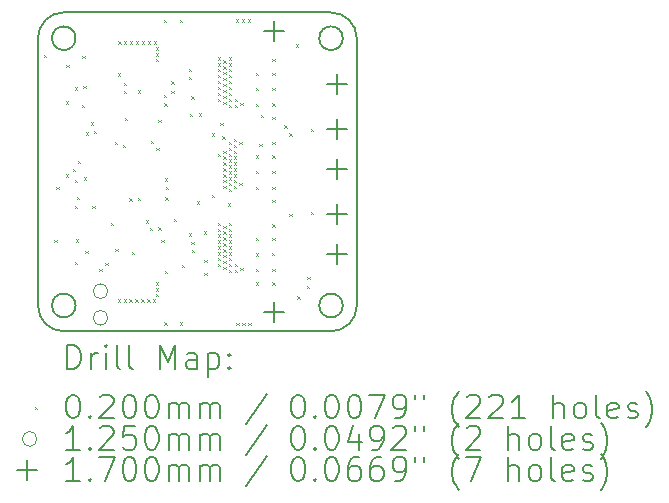
<source format=gbr>
%TF.GenerationSoftware,KiCad,Pcbnew,(6.0.7-1)-1*%
%TF.CreationDate,2023-01-06T03:53:44-05:00*%
%TF.ProjectId,O32controller,4f333263-6f6e-4747-926f-6c6c65722e6b,rev?*%
%TF.SameCoordinates,Original*%
%TF.FileFunction,Drillmap*%
%TF.FilePolarity,Positive*%
%FSLAX45Y45*%
G04 Gerber Fmt 4.5, Leading zero omitted, Abs format (unit mm)*
G04 Created by KiCad (PCBNEW (6.0.7-1)-1) date 2023-01-06 03:53:44*
%MOMM*%
%LPD*%
G01*
G04 APERTURE LIST*
%ADD10C,0.150000*%
%ADD11C,0.200000*%
%ADD12C,0.020000*%
%ADD13C,0.125000*%
%ADD14C,0.170000*%
G04 APERTURE END LIST*
D10*
X6231400Y-6131400D02*
G75*
G03*
X6231400Y-6131400I-100000J0D01*
G01*
X3868600Y-3650000D02*
X6131400Y-3650000D01*
X3650000Y-6131400D02*
G75*
G03*
X3868600Y-6350000I218600J0D01*
G01*
X3868600Y-3650000D02*
G75*
G03*
X3650000Y-3868600I0J-218600D01*
G01*
X3868600Y-6350000D02*
X6131400Y-6350000D01*
X6350000Y-3868600D02*
X6350000Y-6131400D01*
X6350000Y-3868600D02*
G75*
G03*
X6131400Y-3650000I-218600J0D01*
G01*
X3968600Y-6131400D02*
G75*
G03*
X3968600Y-6131400I-100000J0D01*
G01*
X3968600Y-3868600D02*
G75*
G03*
X3968600Y-3868600I-100000J0D01*
G01*
X6131400Y-6350000D02*
G75*
G03*
X6350000Y-6131400I0J218600D01*
G01*
X6231400Y-3868600D02*
G75*
G03*
X6231400Y-3868600I-100000J0D01*
G01*
X3650000Y-3868600D02*
X3650000Y-6131400D01*
D11*
D12*
X3700000Y-4010000D02*
X3720000Y-4030000D01*
X3720000Y-4010000D02*
X3700000Y-4030000D01*
X3790000Y-5575000D02*
X3810000Y-5595000D01*
X3810000Y-5575000D02*
X3790000Y-5595000D01*
X3805000Y-5125000D02*
X3825000Y-5145000D01*
X3825000Y-5125000D02*
X3805000Y-5145000D01*
X3884834Y-4402081D02*
X3904834Y-4422081D01*
X3904834Y-4402081D02*
X3884834Y-4422081D01*
X3885000Y-5020000D02*
X3905000Y-5040000D01*
X3905000Y-5020000D02*
X3885000Y-5040000D01*
X3890000Y-4095000D02*
X3910000Y-4115000D01*
X3910000Y-4095000D02*
X3890000Y-4115000D01*
X3945000Y-4975000D02*
X3965000Y-4995000D01*
X3965000Y-4975000D02*
X3945000Y-4995000D01*
X3960000Y-4285000D02*
X3980000Y-4305000D01*
X3980000Y-4285000D02*
X3960000Y-4305000D01*
X3960000Y-5065000D02*
X3980000Y-5085000D01*
X3980000Y-5065000D02*
X3960000Y-5085000D01*
X3965000Y-5290000D02*
X3985000Y-5310000D01*
X3985000Y-5290000D02*
X3965000Y-5310000D01*
X3965000Y-5760000D02*
X3985000Y-5780000D01*
X3985000Y-5760000D02*
X3965000Y-5780000D01*
X3970000Y-5570000D02*
X3990000Y-5590000D01*
X3990000Y-5570000D02*
X3970000Y-5590000D01*
X3980000Y-5210000D02*
X4000000Y-5230000D01*
X4000000Y-5210000D02*
X3980000Y-5230000D01*
X3990000Y-4905000D02*
X4010000Y-4925000D01*
X4010000Y-4905000D02*
X3990000Y-4925000D01*
X4020000Y-4435000D02*
X4040000Y-4455000D01*
X4040000Y-4435000D02*
X4020000Y-4455000D01*
X4025000Y-4015000D02*
X4045000Y-4035000D01*
X4045000Y-4015000D02*
X4025000Y-4035000D01*
X4035000Y-4270000D02*
X4055000Y-4290000D01*
X4055000Y-4270000D02*
X4035000Y-4290000D01*
X4040000Y-5045000D02*
X4060000Y-5065000D01*
X4060000Y-5045000D02*
X4040000Y-5065000D01*
X4050000Y-5670000D02*
X4070000Y-5690000D01*
X4070000Y-5670000D02*
X4050000Y-5690000D01*
X4055000Y-4665000D02*
X4075000Y-4685000D01*
X4075000Y-4665000D02*
X4055000Y-4685000D01*
X4100000Y-4580000D02*
X4120000Y-4600000D01*
X4120000Y-4580000D02*
X4100000Y-4600000D01*
X4110000Y-5290000D02*
X4130000Y-5310000D01*
X4130000Y-5290000D02*
X4110000Y-5310000D01*
X4125000Y-4650000D02*
X4145000Y-4670000D01*
X4145000Y-4650000D02*
X4125000Y-4670000D01*
X4170000Y-5820000D02*
X4190000Y-5840000D01*
X4190000Y-5820000D02*
X4170000Y-5840000D01*
X4220000Y-5770000D02*
X4240000Y-5790000D01*
X4240000Y-5770000D02*
X4220000Y-5790000D01*
X4265000Y-5430000D02*
X4285000Y-5450000D01*
X4285000Y-5430000D02*
X4265000Y-5450000D01*
X4300000Y-4745000D02*
X4320000Y-4765000D01*
X4320000Y-4745000D02*
X4300000Y-4765000D01*
X4305000Y-5650000D02*
X4325000Y-5670000D01*
X4325000Y-5650000D02*
X4305000Y-5670000D01*
X4325000Y-4165000D02*
X4345000Y-4185000D01*
X4345000Y-4165000D02*
X4325000Y-4185000D01*
X4325000Y-6080000D02*
X4345000Y-6100000D01*
X4345000Y-6080000D02*
X4325000Y-6100000D01*
X4330000Y-3895000D02*
X4350000Y-3915000D01*
X4350000Y-3895000D02*
X4330000Y-3915000D01*
X4370000Y-4770000D02*
X4390000Y-4790000D01*
X4390000Y-4770000D02*
X4370000Y-4790000D01*
X4375000Y-6080000D02*
X4395000Y-6100000D01*
X4395000Y-6080000D02*
X4375000Y-6100000D01*
X4380000Y-3895000D02*
X4400000Y-3915000D01*
X4400000Y-3895000D02*
X4380000Y-3915000D01*
X4380000Y-4245000D02*
X4400000Y-4265000D01*
X4400000Y-4245000D02*
X4380000Y-4265000D01*
X4380000Y-4315000D02*
X4400000Y-4335000D01*
X4400000Y-4315000D02*
X4380000Y-4335000D01*
X4385000Y-4540000D02*
X4405000Y-4560000D01*
X4405000Y-4540000D02*
X4385000Y-4560000D01*
X4425000Y-5225000D02*
X4445000Y-5245000D01*
X4445000Y-5225000D02*
X4425000Y-5245000D01*
X4425000Y-6080000D02*
X4445000Y-6100000D01*
X4445000Y-6080000D02*
X4425000Y-6100000D01*
X4430000Y-3895000D02*
X4450000Y-3915000D01*
X4450000Y-3895000D02*
X4430000Y-3915000D01*
X4445737Y-5679263D02*
X4465737Y-5699263D01*
X4465737Y-5679263D02*
X4445737Y-5699263D01*
X4475000Y-6080000D02*
X4495000Y-6100000D01*
X4495000Y-6080000D02*
X4475000Y-6100000D01*
X4480000Y-3895000D02*
X4500000Y-3915000D01*
X4500000Y-3895000D02*
X4480000Y-3915000D01*
X4495000Y-4310000D02*
X4515000Y-4330000D01*
X4515000Y-4310000D02*
X4495000Y-4330000D01*
X4495000Y-5220000D02*
X4515000Y-5240000D01*
X4515000Y-5220000D02*
X4495000Y-5240000D01*
X4525000Y-6080000D02*
X4545000Y-6100000D01*
X4545000Y-6080000D02*
X4525000Y-6100000D01*
X4530000Y-3895000D02*
X4550000Y-3915000D01*
X4550000Y-3895000D02*
X4530000Y-3915000D01*
X4565000Y-5410000D02*
X4585000Y-5430000D01*
X4585000Y-5410000D02*
X4565000Y-5430000D01*
X4575000Y-6080000D02*
X4595000Y-6100000D01*
X4595000Y-6080000D02*
X4575000Y-6100000D01*
X4580000Y-3895000D02*
X4600000Y-3915000D01*
X4600000Y-3895000D02*
X4580000Y-3915000D01*
X4600000Y-5475000D02*
X4620000Y-5495000D01*
X4620000Y-5475000D02*
X4600000Y-5495000D01*
X4605000Y-4735000D02*
X4625000Y-4755000D01*
X4625000Y-4735000D02*
X4605000Y-4755000D01*
X4625000Y-6080000D02*
X4645000Y-6100000D01*
X4645000Y-6080000D02*
X4625000Y-6100000D01*
X4630000Y-3895000D02*
X4650000Y-3915000D01*
X4650000Y-3895000D02*
X4630000Y-3915000D01*
X4650000Y-3945000D02*
X4670000Y-3965000D01*
X4670000Y-3945000D02*
X4650000Y-3965000D01*
X4650000Y-3995000D02*
X4670000Y-4015000D01*
X4670000Y-3995000D02*
X4650000Y-4015000D01*
X4650000Y-4045000D02*
X4670000Y-4065000D01*
X4670000Y-4045000D02*
X4650000Y-4065000D01*
X4650000Y-5935000D02*
X4670000Y-5955000D01*
X4670000Y-5935000D02*
X4650000Y-5955000D01*
X4650000Y-5985000D02*
X4670000Y-6005000D01*
X4670000Y-5985000D02*
X4650000Y-6005000D01*
X4650000Y-6035000D02*
X4670000Y-6055000D01*
X4670000Y-6035000D02*
X4650000Y-6055000D01*
X4652500Y-4795000D02*
X4672500Y-4815000D01*
X4672500Y-4795000D02*
X4652500Y-4815000D01*
X4670000Y-4557500D02*
X4690000Y-4577500D01*
X4690000Y-4557500D02*
X4670000Y-4577500D01*
X4670000Y-5470000D02*
X4690000Y-5490000D01*
X4690000Y-5470000D02*
X4670000Y-5490000D01*
X4695000Y-5575000D02*
X4715000Y-5595000D01*
X4715000Y-5575000D02*
X4695000Y-5595000D01*
X4715000Y-3715000D02*
X4735000Y-3735000D01*
X4735000Y-3715000D02*
X4715000Y-3735000D01*
X4715000Y-4350000D02*
X4735000Y-4370000D01*
X4735000Y-4350000D02*
X4715000Y-4370000D01*
X4720000Y-4420000D02*
X4740000Y-4440000D01*
X4740000Y-4420000D02*
X4720000Y-4440000D01*
X4720000Y-6275000D02*
X4740000Y-6295000D01*
X4740000Y-6275000D02*
X4720000Y-6295000D01*
X4725000Y-5055000D02*
X4745000Y-5075000D01*
X4745000Y-5055000D02*
X4725000Y-5075000D01*
X4725000Y-5840000D02*
X4745000Y-5860000D01*
X4745000Y-5840000D02*
X4725000Y-5860000D01*
X4730000Y-5215000D02*
X4750000Y-5235000D01*
X4750000Y-5215000D02*
X4730000Y-5235000D01*
X4735000Y-5125000D02*
X4755000Y-5145000D01*
X4755000Y-5125000D02*
X4735000Y-5145000D01*
X4780000Y-4235000D02*
X4800000Y-4255000D01*
X4800000Y-4235000D02*
X4780000Y-4255000D01*
X4780000Y-4315000D02*
X4800000Y-4335000D01*
X4800000Y-4315000D02*
X4780000Y-4335000D01*
X4800000Y-5395000D02*
X4820000Y-5415000D01*
X4820000Y-5395000D02*
X4800000Y-5415000D01*
X4850000Y-3715000D02*
X4870000Y-3735000D01*
X4870000Y-3715000D02*
X4850000Y-3735000D01*
X4850000Y-6275000D02*
X4870000Y-6295000D01*
X4870000Y-6275000D02*
X4850000Y-6295000D01*
X4870000Y-5785000D02*
X4890000Y-5805000D01*
X4890000Y-5785000D02*
X4870000Y-5805000D01*
X4925000Y-4125000D02*
X4945000Y-4145000D01*
X4945000Y-4125000D02*
X4925000Y-4145000D01*
X4925000Y-5520000D02*
X4945000Y-5540000D01*
X4945000Y-5520000D02*
X4925000Y-5540000D01*
X4930000Y-4195000D02*
X4950000Y-4215000D01*
X4950000Y-4195000D02*
X4930000Y-4215000D01*
X4935000Y-4510000D02*
X4955000Y-4530000D01*
X4955000Y-4510000D02*
X4935000Y-4530000D01*
X4950000Y-4360000D02*
X4970000Y-4380000D01*
X4970000Y-4360000D02*
X4950000Y-4380000D01*
X4950000Y-5590000D02*
X4970000Y-5610000D01*
X4970000Y-5590000D02*
X4950000Y-5610000D01*
X4955000Y-5660000D02*
X4975000Y-5680000D01*
X4975000Y-5660000D02*
X4955000Y-5680000D01*
X4995000Y-5250000D02*
X5015000Y-5270000D01*
X5015000Y-5250000D02*
X4995000Y-5270000D01*
X5010000Y-4505000D02*
X5030000Y-4525000D01*
X5030000Y-4505000D02*
X5010000Y-4525000D01*
X5055000Y-5505000D02*
X5075000Y-5525000D01*
X5075000Y-5505000D02*
X5055000Y-5525000D01*
X5060000Y-5745000D02*
X5080000Y-5765000D01*
X5080000Y-5745000D02*
X5060000Y-5765000D01*
X5060000Y-5855000D02*
X5080000Y-5875000D01*
X5080000Y-5855000D02*
X5060000Y-5875000D01*
X5125000Y-4675000D02*
X5145000Y-4695000D01*
X5145000Y-4675000D02*
X5125000Y-4695000D01*
X5125000Y-5195000D02*
X5145000Y-5215000D01*
X5145000Y-5195000D02*
X5125000Y-5215000D01*
X5175000Y-4030000D02*
X5195000Y-4050000D01*
X5195000Y-4030000D02*
X5175000Y-4050000D01*
X5175000Y-4080000D02*
X5195000Y-4100000D01*
X5195000Y-4080000D02*
X5175000Y-4100000D01*
X5175000Y-4130000D02*
X5195000Y-4150000D01*
X5195000Y-4130000D02*
X5175000Y-4150000D01*
X5175000Y-4180000D02*
X5195000Y-4200000D01*
X5195000Y-4180000D02*
X5175000Y-4200000D01*
X5175000Y-4230000D02*
X5195000Y-4250000D01*
X5195000Y-4230000D02*
X5175000Y-4250000D01*
X5175000Y-4280000D02*
X5195000Y-4300000D01*
X5195000Y-4280000D02*
X5175000Y-4300000D01*
X5175000Y-4330000D02*
X5195000Y-4350000D01*
X5195000Y-4330000D02*
X5175000Y-4350000D01*
X5175000Y-4380000D02*
X5195000Y-4400000D01*
X5195000Y-4380000D02*
X5175000Y-4400000D01*
X5175000Y-4845000D02*
X5195000Y-4865000D01*
X5195000Y-4845000D02*
X5175000Y-4865000D01*
X5175000Y-5430000D02*
X5195000Y-5450000D01*
X5195000Y-5430000D02*
X5175000Y-5450000D01*
X5175000Y-5480000D02*
X5195000Y-5500000D01*
X5195000Y-5480000D02*
X5175000Y-5500000D01*
X5175000Y-5530000D02*
X5195000Y-5550000D01*
X5195000Y-5530000D02*
X5175000Y-5550000D01*
X5175000Y-5580000D02*
X5195000Y-5600000D01*
X5195000Y-5580000D02*
X5175000Y-5600000D01*
X5175000Y-5630000D02*
X5195000Y-5650000D01*
X5195000Y-5630000D02*
X5175000Y-5650000D01*
X5175000Y-5680000D02*
X5195000Y-5700000D01*
X5195000Y-5680000D02*
X5175000Y-5700000D01*
X5175000Y-5730000D02*
X5195000Y-5750000D01*
X5195000Y-5730000D02*
X5175000Y-5750000D01*
X5175000Y-5780000D02*
X5195000Y-5800000D01*
X5195000Y-5780000D02*
X5175000Y-5800000D01*
X5195000Y-4585000D02*
X5215000Y-4605000D01*
X5215000Y-4585000D02*
X5195000Y-4605000D01*
X5210000Y-4700000D02*
X5230000Y-4720000D01*
X5230000Y-4700000D02*
X5210000Y-4720000D01*
X5220000Y-4055000D02*
X5240000Y-4075000D01*
X5240000Y-4055000D02*
X5220000Y-4075000D01*
X5220000Y-4105000D02*
X5240000Y-4125000D01*
X5240000Y-4105000D02*
X5220000Y-4125000D01*
X5220000Y-4155000D02*
X5240000Y-4175000D01*
X5240000Y-4155000D02*
X5220000Y-4175000D01*
X5220000Y-4205000D02*
X5240000Y-4225000D01*
X5240000Y-4205000D02*
X5220000Y-4225000D01*
X5220000Y-4255000D02*
X5240000Y-4275000D01*
X5240000Y-4255000D02*
X5220000Y-4275000D01*
X5220000Y-4305000D02*
X5240000Y-4325000D01*
X5240000Y-4305000D02*
X5220000Y-4325000D01*
X5220000Y-4355000D02*
X5240000Y-4375000D01*
X5240000Y-4355000D02*
X5220000Y-4375000D01*
X5220000Y-4405000D02*
X5240000Y-4425000D01*
X5240000Y-4405000D02*
X5220000Y-4425000D01*
X5220000Y-4820000D02*
X5240000Y-4840000D01*
X5240000Y-4820000D02*
X5220000Y-4840000D01*
X5220000Y-4870000D02*
X5240000Y-4890000D01*
X5240000Y-4870000D02*
X5220000Y-4890000D01*
X5220000Y-4920000D02*
X5240000Y-4940000D01*
X5240000Y-4920000D02*
X5220000Y-4940000D01*
X5220000Y-4970000D02*
X5240000Y-4990000D01*
X5240000Y-4970000D02*
X5220000Y-4990000D01*
X5220000Y-5020000D02*
X5240000Y-5040000D01*
X5240000Y-5020000D02*
X5220000Y-5040000D01*
X5220000Y-5070000D02*
X5240000Y-5090000D01*
X5240000Y-5070000D02*
X5220000Y-5090000D01*
X5220000Y-5120000D02*
X5240000Y-5140000D01*
X5240000Y-5120000D02*
X5220000Y-5140000D01*
X5220000Y-5455000D02*
X5240000Y-5475000D01*
X5240000Y-5455000D02*
X5220000Y-5475000D01*
X5220000Y-5505000D02*
X5240000Y-5525000D01*
X5240000Y-5505000D02*
X5220000Y-5525000D01*
X5220000Y-5555000D02*
X5240000Y-5575000D01*
X5240000Y-5555000D02*
X5220000Y-5575000D01*
X5220000Y-5605000D02*
X5240000Y-5625000D01*
X5240000Y-5605000D02*
X5220000Y-5625000D01*
X5220000Y-5655000D02*
X5240000Y-5675000D01*
X5240000Y-5655000D02*
X5220000Y-5675000D01*
X5220000Y-5705000D02*
X5240000Y-5725000D01*
X5240000Y-5705000D02*
X5220000Y-5725000D01*
X5220000Y-5755000D02*
X5240000Y-5775000D01*
X5240000Y-5755000D02*
X5220000Y-5775000D01*
X5220000Y-5805000D02*
X5240000Y-5825000D01*
X5240000Y-5805000D02*
X5220000Y-5825000D01*
X5260000Y-5265000D02*
X5280000Y-5285000D01*
X5280000Y-5265000D02*
X5260000Y-5285000D01*
X5265000Y-4030000D02*
X5285000Y-4050000D01*
X5285000Y-4030000D02*
X5265000Y-4050000D01*
X5265000Y-4080000D02*
X5285000Y-4100000D01*
X5285000Y-4080000D02*
X5265000Y-4100000D01*
X5265000Y-4130000D02*
X5285000Y-4150000D01*
X5285000Y-4130000D02*
X5265000Y-4150000D01*
X5265000Y-4180000D02*
X5285000Y-4200000D01*
X5285000Y-4180000D02*
X5265000Y-4200000D01*
X5265000Y-4230000D02*
X5285000Y-4250000D01*
X5285000Y-4230000D02*
X5265000Y-4250000D01*
X5265000Y-4280000D02*
X5285000Y-4300000D01*
X5285000Y-4280000D02*
X5265000Y-4300000D01*
X5265000Y-4330000D02*
X5285000Y-4350000D01*
X5285000Y-4330000D02*
X5265000Y-4350000D01*
X5265000Y-4380000D02*
X5285000Y-4400000D01*
X5285000Y-4380000D02*
X5265000Y-4400000D01*
X5265000Y-4430000D02*
X5285000Y-4450000D01*
X5285000Y-4430000D02*
X5265000Y-4450000D01*
X5265000Y-4745000D02*
X5285000Y-4765000D01*
X5285000Y-4745000D02*
X5265000Y-4765000D01*
X5265000Y-4795000D02*
X5285000Y-4815000D01*
X5285000Y-4795000D02*
X5265000Y-4815000D01*
X5265000Y-4845000D02*
X5285000Y-4865000D01*
X5285000Y-4845000D02*
X5265000Y-4865000D01*
X5265000Y-4895000D02*
X5285000Y-4915000D01*
X5285000Y-4895000D02*
X5265000Y-4915000D01*
X5265000Y-4945000D02*
X5285000Y-4965000D01*
X5285000Y-4945000D02*
X5265000Y-4965000D01*
X5265000Y-4995000D02*
X5285000Y-5015000D01*
X5285000Y-4995000D02*
X5265000Y-5015000D01*
X5265000Y-5045000D02*
X5285000Y-5065000D01*
X5285000Y-5045000D02*
X5265000Y-5065000D01*
X5265000Y-5095000D02*
X5285000Y-5115000D01*
X5285000Y-5095000D02*
X5265000Y-5115000D01*
X5265000Y-5145000D02*
X5285000Y-5165000D01*
X5285000Y-5145000D02*
X5265000Y-5165000D01*
X5265000Y-5430000D02*
X5285000Y-5450000D01*
X5285000Y-5430000D02*
X5265000Y-5450000D01*
X5265000Y-5480000D02*
X5285000Y-5500000D01*
X5285000Y-5480000D02*
X5265000Y-5500000D01*
X5265000Y-5530000D02*
X5285000Y-5550000D01*
X5285000Y-5530000D02*
X5265000Y-5550000D01*
X5265000Y-5580000D02*
X5285000Y-5600000D01*
X5285000Y-5580000D02*
X5265000Y-5600000D01*
X5265000Y-5630000D02*
X5285000Y-5650000D01*
X5285000Y-5630000D02*
X5265000Y-5650000D01*
X5265000Y-5680000D02*
X5285000Y-5700000D01*
X5285000Y-5680000D02*
X5265000Y-5700000D01*
X5265000Y-5730000D02*
X5285000Y-5750000D01*
X5285000Y-5730000D02*
X5265000Y-5750000D01*
X5265000Y-5780000D02*
X5285000Y-5800000D01*
X5285000Y-5780000D02*
X5265000Y-5800000D01*
X5265000Y-5830000D02*
X5285000Y-5850000D01*
X5285000Y-5830000D02*
X5265000Y-5850000D01*
X5310000Y-4720000D02*
X5330000Y-4740000D01*
X5330000Y-4720000D02*
X5310000Y-4740000D01*
X5310000Y-4770000D02*
X5330000Y-4790000D01*
X5330000Y-4770000D02*
X5310000Y-4790000D01*
X5310000Y-4820000D02*
X5330000Y-4840000D01*
X5330000Y-4820000D02*
X5310000Y-4840000D01*
X5310000Y-4870000D02*
X5330000Y-4890000D01*
X5330000Y-4870000D02*
X5310000Y-4890000D01*
X5310000Y-4920000D02*
X5330000Y-4940000D01*
X5330000Y-4920000D02*
X5310000Y-4940000D01*
X5310000Y-4970000D02*
X5330000Y-4990000D01*
X5330000Y-4970000D02*
X5310000Y-4990000D01*
X5310000Y-5020000D02*
X5330000Y-5040000D01*
X5330000Y-5020000D02*
X5310000Y-5040000D01*
X5310000Y-5070000D02*
X5330000Y-5090000D01*
X5330000Y-5070000D02*
X5310000Y-5090000D01*
X5310000Y-5120000D02*
X5330000Y-5140000D01*
X5330000Y-5120000D02*
X5310000Y-5140000D01*
X5315000Y-4380000D02*
X5335000Y-4400000D01*
X5335000Y-4380000D02*
X5315000Y-4400000D01*
X5315000Y-4430000D02*
X5335000Y-4450000D01*
X5335000Y-4430000D02*
X5315000Y-4450000D01*
X5315000Y-5780000D02*
X5335000Y-5800000D01*
X5335000Y-5780000D02*
X5315000Y-5800000D01*
X5315000Y-5830000D02*
X5335000Y-5850000D01*
X5335000Y-5830000D02*
X5315000Y-5850000D01*
X5325000Y-3710000D02*
X5345000Y-3730000D01*
X5345000Y-3710000D02*
X5325000Y-3730000D01*
X5330000Y-6280000D02*
X5350000Y-6300000D01*
X5350000Y-6280000D02*
X5330000Y-6300000D01*
X5355000Y-4745000D02*
X5375000Y-4765000D01*
X5375000Y-4745000D02*
X5355000Y-4765000D01*
X5355000Y-5095000D02*
X5375000Y-5115000D01*
X5375000Y-5095000D02*
X5355000Y-5115000D01*
X5365000Y-4415000D02*
X5385000Y-4435000D01*
X5385000Y-4415000D02*
X5365000Y-4435000D01*
X5365000Y-5815000D02*
X5385000Y-5835000D01*
X5385000Y-5815000D02*
X5365000Y-5835000D01*
X5375000Y-3710000D02*
X5395000Y-3730000D01*
X5395000Y-3710000D02*
X5375000Y-3730000D01*
X5380000Y-6280000D02*
X5400000Y-6300000D01*
X5400000Y-6280000D02*
X5380000Y-6300000D01*
X5425000Y-3710000D02*
X5445000Y-3730000D01*
X5445000Y-3710000D02*
X5425000Y-3730000D01*
X5430000Y-6280000D02*
X5450000Y-6300000D01*
X5450000Y-6280000D02*
X5430000Y-6300000D01*
X5495000Y-4160000D02*
X5515000Y-4180000D01*
X5515000Y-4160000D02*
X5495000Y-4180000D01*
X5495000Y-4290000D02*
X5515000Y-4310000D01*
X5515000Y-4290000D02*
X5495000Y-4310000D01*
X5495000Y-4425000D02*
X5515000Y-4445000D01*
X5515000Y-4425000D02*
X5495000Y-4445000D01*
X5495000Y-4860000D02*
X5515000Y-4880000D01*
X5515000Y-4860000D02*
X5495000Y-4880000D01*
X5495000Y-4990000D02*
X5515000Y-5010000D01*
X5515000Y-4990000D02*
X5495000Y-5010000D01*
X5495000Y-5125000D02*
X5515000Y-5145000D01*
X5515000Y-5125000D02*
X5495000Y-5145000D01*
X5495000Y-5560000D02*
X5515000Y-5580000D01*
X5515000Y-5560000D02*
X5495000Y-5580000D01*
X5495000Y-5690000D02*
X5515000Y-5710000D01*
X5515000Y-5690000D02*
X5495000Y-5710000D01*
X5495000Y-5820000D02*
X5515000Y-5840000D01*
X5515000Y-5820000D02*
X5495000Y-5840000D01*
X5495000Y-5935000D02*
X5515000Y-5955000D01*
X5515000Y-5935000D02*
X5495000Y-5955000D01*
X5525000Y-4765000D02*
X5545000Y-4785000D01*
X5545000Y-4765000D02*
X5525000Y-4785000D01*
X5535000Y-4515000D02*
X5555000Y-4535000D01*
X5555000Y-4515000D02*
X5535000Y-4535000D01*
X5630000Y-5685000D02*
X5650000Y-5705000D01*
X5650000Y-5685000D02*
X5630000Y-5705000D01*
X5635000Y-4045000D02*
X5655000Y-4065000D01*
X5655000Y-4045000D02*
X5635000Y-4065000D01*
X5635000Y-4160000D02*
X5655000Y-4180000D01*
X5655000Y-4160000D02*
X5635000Y-4180000D01*
X5635000Y-4290000D02*
X5655000Y-4310000D01*
X5655000Y-4290000D02*
X5635000Y-4310000D01*
X5635000Y-4420000D02*
X5655000Y-4440000D01*
X5655000Y-4420000D02*
X5635000Y-4440000D01*
X5635000Y-4535000D02*
X5655000Y-4555000D01*
X5655000Y-4535000D02*
X5635000Y-4555000D01*
X5635000Y-4745000D02*
X5655000Y-4765000D01*
X5655000Y-4745000D02*
X5635000Y-4765000D01*
X5635000Y-4860000D02*
X5655000Y-4880000D01*
X5655000Y-4860000D02*
X5635000Y-4880000D01*
X5635000Y-4990000D02*
X5655000Y-5010000D01*
X5655000Y-4990000D02*
X5635000Y-5010000D01*
X5635000Y-5125000D02*
X5655000Y-5145000D01*
X5655000Y-5125000D02*
X5635000Y-5145000D01*
X5635000Y-5235000D02*
X5655000Y-5255000D01*
X5655000Y-5235000D02*
X5635000Y-5255000D01*
X5635000Y-5445000D02*
X5655000Y-5465000D01*
X5655000Y-5445000D02*
X5635000Y-5465000D01*
X5635000Y-5560000D02*
X5655000Y-5580000D01*
X5655000Y-5560000D02*
X5635000Y-5580000D01*
X5635000Y-5820000D02*
X5655000Y-5840000D01*
X5655000Y-5820000D02*
X5635000Y-5840000D01*
X5635000Y-5935000D02*
X5655000Y-5955000D01*
X5655000Y-5935000D02*
X5635000Y-5955000D01*
X5735000Y-4605000D02*
X5755000Y-4625000D01*
X5755000Y-4605000D02*
X5735000Y-4625000D01*
X5780000Y-4675000D02*
X5800000Y-4695000D01*
X5800000Y-4675000D02*
X5780000Y-4695000D01*
X5780000Y-5355000D02*
X5800000Y-5375000D01*
X5800000Y-5355000D02*
X5780000Y-5375000D01*
X5835000Y-3920000D02*
X5855000Y-3940000D01*
X5855000Y-3920000D02*
X5835000Y-3940000D01*
X5845000Y-6055000D02*
X5865000Y-6075000D01*
X5865000Y-6055000D02*
X5845000Y-6075000D01*
X5925000Y-5965000D02*
X5945000Y-5985000D01*
X5945000Y-5965000D02*
X5925000Y-5985000D01*
X5930000Y-5890000D02*
X5950000Y-5910000D01*
X5950000Y-5890000D02*
X5930000Y-5910000D01*
X5960000Y-4635000D02*
X5980000Y-4655000D01*
X5980000Y-4635000D02*
X5960000Y-4655000D01*
X5960000Y-5340000D02*
X5980000Y-5360000D01*
X5980000Y-5340000D02*
X5960000Y-5360000D01*
D13*
X4242500Y-6010000D02*
G75*
G03*
X4242500Y-6010000I-62500J0D01*
G01*
X4242500Y-6235000D02*
G75*
G03*
X4242500Y-6235000I-62500J0D01*
G01*
D14*
X5645000Y-3725000D02*
X5645000Y-3895000D01*
X5560000Y-3810000D02*
X5730000Y-3810000D01*
X5645000Y-6105000D02*
X5645000Y-6275000D01*
X5560000Y-6190000D02*
X5730000Y-6190000D01*
X6185000Y-4170000D02*
X6185000Y-4340000D01*
X6100000Y-4255000D02*
X6270000Y-4255000D01*
X6185000Y-4550000D02*
X6185000Y-4720000D01*
X6100000Y-4635000D02*
X6270000Y-4635000D01*
X6185000Y-4890000D02*
X6185000Y-5060000D01*
X6100000Y-4975000D02*
X6270000Y-4975000D01*
X6185000Y-5270000D02*
X6185000Y-5440000D01*
X6100000Y-5355000D02*
X6270000Y-5355000D01*
X6185000Y-5610000D02*
X6185000Y-5780000D01*
X6100000Y-5695000D02*
X6270000Y-5695000D01*
D11*
X3900119Y-6667976D02*
X3900119Y-6467976D01*
X3947738Y-6467976D01*
X3976309Y-6477500D01*
X3995357Y-6496548D01*
X4004881Y-6515595D01*
X4014405Y-6553690D01*
X4014405Y-6582262D01*
X4004881Y-6620357D01*
X3995357Y-6639405D01*
X3976309Y-6658452D01*
X3947738Y-6667976D01*
X3900119Y-6667976D01*
X4100119Y-6667976D02*
X4100119Y-6534643D01*
X4100119Y-6572738D02*
X4109643Y-6553690D01*
X4119167Y-6544167D01*
X4138214Y-6534643D01*
X4157262Y-6534643D01*
X4223929Y-6667976D02*
X4223929Y-6534643D01*
X4223929Y-6467976D02*
X4214405Y-6477500D01*
X4223929Y-6487024D01*
X4233452Y-6477500D01*
X4223929Y-6467976D01*
X4223929Y-6487024D01*
X4347738Y-6667976D02*
X4328690Y-6658452D01*
X4319167Y-6639405D01*
X4319167Y-6467976D01*
X4452500Y-6667976D02*
X4433452Y-6658452D01*
X4423929Y-6639405D01*
X4423929Y-6467976D01*
X4681071Y-6667976D02*
X4681071Y-6467976D01*
X4747738Y-6610833D01*
X4814405Y-6467976D01*
X4814405Y-6667976D01*
X4995357Y-6667976D02*
X4995357Y-6563214D01*
X4985833Y-6544167D01*
X4966786Y-6534643D01*
X4928690Y-6534643D01*
X4909643Y-6544167D01*
X4995357Y-6658452D02*
X4976310Y-6667976D01*
X4928690Y-6667976D01*
X4909643Y-6658452D01*
X4900119Y-6639405D01*
X4900119Y-6620357D01*
X4909643Y-6601309D01*
X4928690Y-6591786D01*
X4976310Y-6591786D01*
X4995357Y-6582262D01*
X5090595Y-6534643D02*
X5090595Y-6734643D01*
X5090595Y-6544167D02*
X5109643Y-6534643D01*
X5147738Y-6534643D01*
X5166786Y-6544167D01*
X5176310Y-6553690D01*
X5185833Y-6572738D01*
X5185833Y-6629881D01*
X5176310Y-6648928D01*
X5166786Y-6658452D01*
X5147738Y-6667976D01*
X5109643Y-6667976D01*
X5090595Y-6658452D01*
X5271548Y-6648928D02*
X5281071Y-6658452D01*
X5271548Y-6667976D01*
X5262024Y-6658452D01*
X5271548Y-6648928D01*
X5271548Y-6667976D01*
X5271548Y-6544167D02*
X5281071Y-6553690D01*
X5271548Y-6563214D01*
X5262024Y-6553690D01*
X5271548Y-6544167D01*
X5271548Y-6563214D01*
D12*
X3622500Y-6987500D02*
X3642500Y-7007500D01*
X3642500Y-6987500D02*
X3622500Y-7007500D01*
D11*
X3938214Y-6887976D02*
X3957262Y-6887976D01*
X3976309Y-6897500D01*
X3985833Y-6907024D01*
X3995357Y-6926071D01*
X4004881Y-6964167D01*
X4004881Y-7011786D01*
X3995357Y-7049881D01*
X3985833Y-7068928D01*
X3976309Y-7078452D01*
X3957262Y-7087976D01*
X3938214Y-7087976D01*
X3919167Y-7078452D01*
X3909643Y-7068928D01*
X3900119Y-7049881D01*
X3890595Y-7011786D01*
X3890595Y-6964167D01*
X3900119Y-6926071D01*
X3909643Y-6907024D01*
X3919167Y-6897500D01*
X3938214Y-6887976D01*
X4090595Y-7068928D02*
X4100119Y-7078452D01*
X4090595Y-7087976D01*
X4081071Y-7078452D01*
X4090595Y-7068928D01*
X4090595Y-7087976D01*
X4176309Y-6907024D02*
X4185833Y-6897500D01*
X4204881Y-6887976D01*
X4252500Y-6887976D01*
X4271548Y-6897500D01*
X4281071Y-6907024D01*
X4290595Y-6926071D01*
X4290595Y-6945119D01*
X4281071Y-6973690D01*
X4166786Y-7087976D01*
X4290595Y-7087976D01*
X4414405Y-6887976D02*
X4433452Y-6887976D01*
X4452500Y-6897500D01*
X4462024Y-6907024D01*
X4471548Y-6926071D01*
X4481071Y-6964167D01*
X4481071Y-7011786D01*
X4471548Y-7049881D01*
X4462024Y-7068928D01*
X4452500Y-7078452D01*
X4433452Y-7087976D01*
X4414405Y-7087976D01*
X4395357Y-7078452D01*
X4385833Y-7068928D01*
X4376310Y-7049881D01*
X4366786Y-7011786D01*
X4366786Y-6964167D01*
X4376310Y-6926071D01*
X4385833Y-6907024D01*
X4395357Y-6897500D01*
X4414405Y-6887976D01*
X4604881Y-6887976D02*
X4623929Y-6887976D01*
X4642976Y-6897500D01*
X4652500Y-6907024D01*
X4662024Y-6926071D01*
X4671548Y-6964167D01*
X4671548Y-7011786D01*
X4662024Y-7049881D01*
X4652500Y-7068928D01*
X4642976Y-7078452D01*
X4623929Y-7087976D01*
X4604881Y-7087976D01*
X4585833Y-7078452D01*
X4576310Y-7068928D01*
X4566786Y-7049881D01*
X4557262Y-7011786D01*
X4557262Y-6964167D01*
X4566786Y-6926071D01*
X4576310Y-6907024D01*
X4585833Y-6897500D01*
X4604881Y-6887976D01*
X4757262Y-7087976D02*
X4757262Y-6954643D01*
X4757262Y-6973690D02*
X4766786Y-6964167D01*
X4785833Y-6954643D01*
X4814405Y-6954643D01*
X4833452Y-6964167D01*
X4842976Y-6983214D01*
X4842976Y-7087976D01*
X4842976Y-6983214D02*
X4852500Y-6964167D01*
X4871548Y-6954643D01*
X4900119Y-6954643D01*
X4919167Y-6964167D01*
X4928690Y-6983214D01*
X4928690Y-7087976D01*
X5023929Y-7087976D02*
X5023929Y-6954643D01*
X5023929Y-6973690D02*
X5033452Y-6964167D01*
X5052500Y-6954643D01*
X5081071Y-6954643D01*
X5100119Y-6964167D01*
X5109643Y-6983214D01*
X5109643Y-7087976D01*
X5109643Y-6983214D02*
X5119167Y-6964167D01*
X5138214Y-6954643D01*
X5166786Y-6954643D01*
X5185833Y-6964167D01*
X5195357Y-6983214D01*
X5195357Y-7087976D01*
X5585833Y-6878452D02*
X5414405Y-7135595D01*
X5842976Y-6887976D02*
X5862024Y-6887976D01*
X5881071Y-6897500D01*
X5890595Y-6907024D01*
X5900119Y-6926071D01*
X5909643Y-6964167D01*
X5909643Y-7011786D01*
X5900119Y-7049881D01*
X5890595Y-7068928D01*
X5881071Y-7078452D01*
X5862024Y-7087976D01*
X5842976Y-7087976D01*
X5823928Y-7078452D01*
X5814405Y-7068928D01*
X5804881Y-7049881D01*
X5795357Y-7011786D01*
X5795357Y-6964167D01*
X5804881Y-6926071D01*
X5814405Y-6907024D01*
X5823928Y-6897500D01*
X5842976Y-6887976D01*
X5995357Y-7068928D02*
X6004881Y-7078452D01*
X5995357Y-7087976D01*
X5985833Y-7078452D01*
X5995357Y-7068928D01*
X5995357Y-7087976D01*
X6128690Y-6887976D02*
X6147738Y-6887976D01*
X6166786Y-6897500D01*
X6176309Y-6907024D01*
X6185833Y-6926071D01*
X6195357Y-6964167D01*
X6195357Y-7011786D01*
X6185833Y-7049881D01*
X6176309Y-7068928D01*
X6166786Y-7078452D01*
X6147738Y-7087976D01*
X6128690Y-7087976D01*
X6109643Y-7078452D01*
X6100119Y-7068928D01*
X6090595Y-7049881D01*
X6081071Y-7011786D01*
X6081071Y-6964167D01*
X6090595Y-6926071D01*
X6100119Y-6907024D01*
X6109643Y-6897500D01*
X6128690Y-6887976D01*
X6319167Y-6887976D02*
X6338214Y-6887976D01*
X6357262Y-6897500D01*
X6366786Y-6907024D01*
X6376309Y-6926071D01*
X6385833Y-6964167D01*
X6385833Y-7011786D01*
X6376309Y-7049881D01*
X6366786Y-7068928D01*
X6357262Y-7078452D01*
X6338214Y-7087976D01*
X6319167Y-7087976D01*
X6300119Y-7078452D01*
X6290595Y-7068928D01*
X6281071Y-7049881D01*
X6271548Y-7011786D01*
X6271548Y-6964167D01*
X6281071Y-6926071D01*
X6290595Y-6907024D01*
X6300119Y-6897500D01*
X6319167Y-6887976D01*
X6452500Y-6887976D02*
X6585833Y-6887976D01*
X6500119Y-7087976D01*
X6671548Y-7087976D02*
X6709643Y-7087976D01*
X6728690Y-7078452D01*
X6738214Y-7068928D01*
X6757262Y-7040357D01*
X6766786Y-7002262D01*
X6766786Y-6926071D01*
X6757262Y-6907024D01*
X6747738Y-6897500D01*
X6728690Y-6887976D01*
X6690595Y-6887976D01*
X6671548Y-6897500D01*
X6662024Y-6907024D01*
X6652500Y-6926071D01*
X6652500Y-6973690D01*
X6662024Y-6992738D01*
X6671548Y-7002262D01*
X6690595Y-7011786D01*
X6728690Y-7011786D01*
X6747738Y-7002262D01*
X6757262Y-6992738D01*
X6766786Y-6973690D01*
X6842976Y-6887976D02*
X6842976Y-6926071D01*
X6919167Y-6887976D02*
X6919167Y-6926071D01*
X7214405Y-7164167D02*
X7204881Y-7154643D01*
X7185833Y-7126071D01*
X7176309Y-7107024D01*
X7166786Y-7078452D01*
X7157262Y-7030833D01*
X7157262Y-6992738D01*
X7166786Y-6945119D01*
X7176309Y-6916548D01*
X7185833Y-6897500D01*
X7204881Y-6868928D01*
X7214405Y-6859405D01*
X7281071Y-6907024D02*
X7290595Y-6897500D01*
X7309643Y-6887976D01*
X7357262Y-6887976D01*
X7376309Y-6897500D01*
X7385833Y-6907024D01*
X7395357Y-6926071D01*
X7395357Y-6945119D01*
X7385833Y-6973690D01*
X7271548Y-7087976D01*
X7395357Y-7087976D01*
X7471548Y-6907024D02*
X7481071Y-6897500D01*
X7500119Y-6887976D01*
X7547738Y-6887976D01*
X7566786Y-6897500D01*
X7576309Y-6907024D01*
X7585833Y-6926071D01*
X7585833Y-6945119D01*
X7576309Y-6973690D01*
X7462024Y-7087976D01*
X7585833Y-7087976D01*
X7776309Y-7087976D02*
X7662024Y-7087976D01*
X7719167Y-7087976D02*
X7719167Y-6887976D01*
X7700119Y-6916548D01*
X7681071Y-6935595D01*
X7662024Y-6945119D01*
X8014405Y-7087976D02*
X8014405Y-6887976D01*
X8100119Y-7087976D02*
X8100119Y-6983214D01*
X8090595Y-6964167D01*
X8071548Y-6954643D01*
X8042976Y-6954643D01*
X8023928Y-6964167D01*
X8014405Y-6973690D01*
X8223928Y-7087976D02*
X8204881Y-7078452D01*
X8195357Y-7068928D01*
X8185833Y-7049881D01*
X8185833Y-6992738D01*
X8195357Y-6973690D01*
X8204881Y-6964167D01*
X8223928Y-6954643D01*
X8252500Y-6954643D01*
X8271548Y-6964167D01*
X8281071Y-6973690D01*
X8290595Y-6992738D01*
X8290595Y-7049881D01*
X8281071Y-7068928D01*
X8271548Y-7078452D01*
X8252500Y-7087976D01*
X8223928Y-7087976D01*
X8404881Y-7087976D02*
X8385833Y-7078452D01*
X8376309Y-7059405D01*
X8376309Y-6887976D01*
X8557262Y-7078452D02*
X8538214Y-7087976D01*
X8500119Y-7087976D01*
X8481071Y-7078452D01*
X8471548Y-7059405D01*
X8471548Y-6983214D01*
X8481071Y-6964167D01*
X8500119Y-6954643D01*
X8538214Y-6954643D01*
X8557262Y-6964167D01*
X8566786Y-6983214D01*
X8566786Y-7002262D01*
X8471548Y-7021309D01*
X8642976Y-7078452D02*
X8662024Y-7087976D01*
X8700119Y-7087976D01*
X8719167Y-7078452D01*
X8728690Y-7059405D01*
X8728690Y-7049881D01*
X8719167Y-7030833D01*
X8700119Y-7021309D01*
X8671548Y-7021309D01*
X8652500Y-7011786D01*
X8642976Y-6992738D01*
X8642976Y-6983214D01*
X8652500Y-6964167D01*
X8671548Y-6954643D01*
X8700119Y-6954643D01*
X8719167Y-6964167D01*
X8795357Y-7164167D02*
X8804881Y-7154643D01*
X8823929Y-7126071D01*
X8833452Y-7107024D01*
X8842976Y-7078452D01*
X8852500Y-7030833D01*
X8852500Y-6992738D01*
X8842976Y-6945119D01*
X8833452Y-6916548D01*
X8823929Y-6897500D01*
X8804881Y-6868928D01*
X8795357Y-6859405D01*
D13*
X3642500Y-7261500D02*
G75*
G03*
X3642500Y-7261500I-62500J0D01*
G01*
D11*
X4004881Y-7351976D02*
X3890595Y-7351976D01*
X3947738Y-7351976D02*
X3947738Y-7151976D01*
X3928690Y-7180548D01*
X3909643Y-7199595D01*
X3890595Y-7209119D01*
X4090595Y-7332928D02*
X4100119Y-7342452D01*
X4090595Y-7351976D01*
X4081071Y-7342452D01*
X4090595Y-7332928D01*
X4090595Y-7351976D01*
X4176309Y-7171024D02*
X4185833Y-7161500D01*
X4204881Y-7151976D01*
X4252500Y-7151976D01*
X4271548Y-7161500D01*
X4281071Y-7171024D01*
X4290595Y-7190071D01*
X4290595Y-7209119D01*
X4281071Y-7237690D01*
X4166786Y-7351976D01*
X4290595Y-7351976D01*
X4471548Y-7151976D02*
X4376310Y-7151976D01*
X4366786Y-7247214D01*
X4376310Y-7237690D01*
X4395357Y-7228167D01*
X4442976Y-7228167D01*
X4462024Y-7237690D01*
X4471548Y-7247214D01*
X4481071Y-7266262D01*
X4481071Y-7313881D01*
X4471548Y-7332928D01*
X4462024Y-7342452D01*
X4442976Y-7351976D01*
X4395357Y-7351976D01*
X4376310Y-7342452D01*
X4366786Y-7332928D01*
X4604881Y-7151976D02*
X4623929Y-7151976D01*
X4642976Y-7161500D01*
X4652500Y-7171024D01*
X4662024Y-7190071D01*
X4671548Y-7228167D01*
X4671548Y-7275786D01*
X4662024Y-7313881D01*
X4652500Y-7332928D01*
X4642976Y-7342452D01*
X4623929Y-7351976D01*
X4604881Y-7351976D01*
X4585833Y-7342452D01*
X4576310Y-7332928D01*
X4566786Y-7313881D01*
X4557262Y-7275786D01*
X4557262Y-7228167D01*
X4566786Y-7190071D01*
X4576310Y-7171024D01*
X4585833Y-7161500D01*
X4604881Y-7151976D01*
X4757262Y-7351976D02*
X4757262Y-7218643D01*
X4757262Y-7237690D02*
X4766786Y-7228167D01*
X4785833Y-7218643D01*
X4814405Y-7218643D01*
X4833452Y-7228167D01*
X4842976Y-7247214D01*
X4842976Y-7351976D01*
X4842976Y-7247214D02*
X4852500Y-7228167D01*
X4871548Y-7218643D01*
X4900119Y-7218643D01*
X4919167Y-7228167D01*
X4928690Y-7247214D01*
X4928690Y-7351976D01*
X5023929Y-7351976D02*
X5023929Y-7218643D01*
X5023929Y-7237690D02*
X5033452Y-7228167D01*
X5052500Y-7218643D01*
X5081071Y-7218643D01*
X5100119Y-7228167D01*
X5109643Y-7247214D01*
X5109643Y-7351976D01*
X5109643Y-7247214D02*
X5119167Y-7228167D01*
X5138214Y-7218643D01*
X5166786Y-7218643D01*
X5185833Y-7228167D01*
X5195357Y-7247214D01*
X5195357Y-7351976D01*
X5585833Y-7142452D02*
X5414405Y-7399595D01*
X5842976Y-7151976D02*
X5862024Y-7151976D01*
X5881071Y-7161500D01*
X5890595Y-7171024D01*
X5900119Y-7190071D01*
X5909643Y-7228167D01*
X5909643Y-7275786D01*
X5900119Y-7313881D01*
X5890595Y-7332928D01*
X5881071Y-7342452D01*
X5862024Y-7351976D01*
X5842976Y-7351976D01*
X5823928Y-7342452D01*
X5814405Y-7332928D01*
X5804881Y-7313881D01*
X5795357Y-7275786D01*
X5795357Y-7228167D01*
X5804881Y-7190071D01*
X5814405Y-7171024D01*
X5823928Y-7161500D01*
X5842976Y-7151976D01*
X5995357Y-7332928D02*
X6004881Y-7342452D01*
X5995357Y-7351976D01*
X5985833Y-7342452D01*
X5995357Y-7332928D01*
X5995357Y-7351976D01*
X6128690Y-7151976D02*
X6147738Y-7151976D01*
X6166786Y-7161500D01*
X6176309Y-7171024D01*
X6185833Y-7190071D01*
X6195357Y-7228167D01*
X6195357Y-7275786D01*
X6185833Y-7313881D01*
X6176309Y-7332928D01*
X6166786Y-7342452D01*
X6147738Y-7351976D01*
X6128690Y-7351976D01*
X6109643Y-7342452D01*
X6100119Y-7332928D01*
X6090595Y-7313881D01*
X6081071Y-7275786D01*
X6081071Y-7228167D01*
X6090595Y-7190071D01*
X6100119Y-7171024D01*
X6109643Y-7161500D01*
X6128690Y-7151976D01*
X6366786Y-7218643D02*
X6366786Y-7351976D01*
X6319167Y-7142452D02*
X6271548Y-7285309D01*
X6395357Y-7285309D01*
X6481071Y-7351976D02*
X6519167Y-7351976D01*
X6538214Y-7342452D01*
X6547738Y-7332928D01*
X6566786Y-7304357D01*
X6576309Y-7266262D01*
X6576309Y-7190071D01*
X6566786Y-7171024D01*
X6557262Y-7161500D01*
X6538214Y-7151976D01*
X6500119Y-7151976D01*
X6481071Y-7161500D01*
X6471548Y-7171024D01*
X6462024Y-7190071D01*
X6462024Y-7237690D01*
X6471548Y-7256738D01*
X6481071Y-7266262D01*
X6500119Y-7275786D01*
X6538214Y-7275786D01*
X6557262Y-7266262D01*
X6566786Y-7256738D01*
X6576309Y-7237690D01*
X6652500Y-7171024D02*
X6662024Y-7161500D01*
X6681071Y-7151976D01*
X6728690Y-7151976D01*
X6747738Y-7161500D01*
X6757262Y-7171024D01*
X6766786Y-7190071D01*
X6766786Y-7209119D01*
X6757262Y-7237690D01*
X6642976Y-7351976D01*
X6766786Y-7351976D01*
X6842976Y-7151976D02*
X6842976Y-7190071D01*
X6919167Y-7151976D02*
X6919167Y-7190071D01*
X7214405Y-7428167D02*
X7204881Y-7418643D01*
X7185833Y-7390071D01*
X7176309Y-7371024D01*
X7166786Y-7342452D01*
X7157262Y-7294833D01*
X7157262Y-7256738D01*
X7166786Y-7209119D01*
X7176309Y-7180548D01*
X7185833Y-7161500D01*
X7204881Y-7132928D01*
X7214405Y-7123405D01*
X7281071Y-7171024D02*
X7290595Y-7161500D01*
X7309643Y-7151976D01*
X7357262Y-7151976D01*
X7376309Y-7161500D01*
X7385833Y-7171024D01*
X7395357Y-7190071D01*
X7395357Y-7209119D01*
X7385833Y-7237690D01*
X7271548Y-7351976D01*
X7395357Y-7351976D01*
X7633452Y-7351976D02*
X7633452Y-7151976D01*
X7719167Y-7351976D02*
X7719167Y-7247214D01*
X7709643Y-7228167D01*
X7690595Y-7218643D01*
X7662024Y-7218643D01*
X7642976Y-7228167D01*
X7633452Y-7237690D01*
X7842976Y-7351976D02*
X7823928Y-7342452D01*
X7814405Y-7332928D01*
X7804881Y-7313881D01*
X7804881Y-7256738D01*
X7814405Y-7237690D01*
X7823928Y-7228167D01*
X7842976Y-7218643D01*
X7871548Y-7218643D01*
X7890595Y-7228167D01*
X7900119Y-7237690D01*
X7909643Y-7256738D01*
X7909643Y-7313881D01*
X7900119Y-7332928D01*
X7890595Y-7342452D01*
X7871548Y-7351976D01*
X7842976Y-7351976D01*
X8023928Y-7351976D02*
X8004881Y-7342452D01*
X7995357Y-7323405D01*
X7995357Y-7151976D01*
X8176309Y-7342452D02*
X8157262Y-7351976D01*
X8119167Y-7351976D01*
X8100119Y-7342452D01*
X8090595Y-7323405D01*
X8090595Y-7247214D01*
X8100119Y-7228167D01*
X8119167Y-7218643D01*
X8157262Y-7218643D01*
X8176309Y-7228167D01*
X8185833Y-7247214D01*
X8185833Y-7266262D01*
X8090595Y-7285309D01*
X8262024Y-7342452D02*
X8281071Y-7351976D01*
X8319167Y-7351976D01*
X8338214Y-7342452D01*
X8347738Y-7323405D01*
X8347738Y-7313881D01*
X8338214Y-7294833D01*
X8319167Y-7285309D01*
X8290595Y-7285309D01*
X8271548Y-7275786D01*
X8262024Y-7256738D01*
X8262024Y-7247214D01*
X8271548Y-7228167D01*
X8290595Y-7218643D01*
X8319167Y-7218643D01*
X8338214Y-7228167D01*
X8414405Y-7428167D02*
X8423929Y-7418643D01*
X8442976Y-7390071D01*
X8452500Y-7371024D01*
X8462024Y-7342452D01*
X8471548Y-7294833D01*
X8471548Y-7256738D01*
X8462024Y-7209119D01*
X8452500Y-7180548D01*
X8442976Y-7161500D01*
X8423929Y-7132928D01*
X8414405Y-7123405D01*
D14*
X3557500Y-7440500D02*
X3557500Y-7610500D01*
X3472500Y-7525500D02*
X3642500Y-7525500D01*
D11*
X4004881Y-7615976D02*
X3890595Y-7615976D01*
X3947738Y-7615976D02*
X3947738Y-7415976D01*
X3928690Y-7444548D01*
X3909643Y-7463595D01*
X3890595Y-7473119D01*
X4090595Y-7596928D02*
X4100119Y-7606452D01*
X4090595Y-7615976D01*
X4081071Y-7606452D01*
X4090595Y-7596928D01*
X4090595Y-7615976D01*
X4166786Y-7415976D02*
X4300119Y-7415976D01*
X4214405Y-7615976D01*
X4414405Y-7415976D02*
X4433452Y-7415976D01*
X4452500Y-7425500D01*
X4462024Y-7435024D01*
X4471548Y-7454071D01*
X4481071Y-7492167D01*
X4481071Y-7539786D01*
X4471548Y-7577881D01*
X4462024Y-7596928D01*
X4452500Y-7606452D01*
X4433452Y-7615976D01*
X4414405Y-7615976D01*
X4395357Y-7606452D01*
X4385833Y-7596928D01*
X4376310Y-7577881D01*
X4366786Y-7539786D01*
X4366786Y-7492167D01*
X4376310Y-7454071D01*
X4385833Y-7435024D01*
X4395357Y-7425500D01*
X4414405Y-7415976D01*
X4604881Y-7415976D02*
X4623929Y-7415976D01*
X4642976Y-7425500D01*
X4652500Y-7435024D01*
X4662024Y-7454071D01*
X4671548Y-7492167D01*
X4671548Y-7539786D01*
X4662024Y-7577881D01*
X4652500Y-7596928D01*
X4642976Y-7606452D01*
X4623929Y-7615976D01*
X4604881Y-7615976D01*
X4585833Y-7606452D01*
X4576310Y-7596928D01*
X4566786Y-7577881D01*
X4557262Y-7539786D01*
X4557262Y-7492167D01*
X4566786Y-7454071D01*
X4576310Y-7435024D01*
X4585833Y-7425500D01*
X4604881Y-7415976D01*
X4757262Y-7615976D02*
X4757262Y-7482643D01*
X4757262Y-7501690D02*
X4766786Y-7492167D01*
X4785833Y-7482643D01*
X4814405Y-7482643D01*
X4833452Y-7492167D01*
X4842976Y-7511214D01*
X4842976Y-7615976D01*
X4842976Y-7511214D02*
X4852500Y-7492167D01*
X4871548Y-7482643D01*
X4900119Y-7482643D01*
X4919167Y-7492167D01*
X4928690Y-7511214D01*
X4928690Y-7615976D01*
X5023929Y-7615976D02*
X5023929Y-7482643D01*
X5023929Y-7501690D02*
X5033452Y-7492167D01*
X5052500Y-7482643D01*
X5081071Y-7482643D01*
X5100119Y-7492167D01*
X5109643Y-7511214D01*
X5109643Y-7615976D01*
X5109643Y-7511214D02*
X5119167Y-7492167D01*
X5138214Y-7482643D01*
X5166786Y-7482643D01*
X5185833Y-7492167D01*
X5195357Y-7511214D01*
X5195357Y-7615976D01*
X5585833Y-7406452D02*
X5414405Y-7663595D01*
X5842976Y-7415976D02*
X5862024Y-7415976D01*
X5881071Y-7425500D01*
X5890595Y-7435024D01*
X5900119Y-7454071D01*
X5909643Y-7492167D01*
X5909643Y-7539786D01*
X5900119Y-7577881D01*
X5890595Y-7596928D01*
X5881071Y-7606452D01*
X5862024Y-7615976D01*
X5842976Y-7615976D01*
X5823928Y-7606452D01*
X5814405Y-7596928D01*
X5804881Y-7577881D01*
X5795357Y-7539786D01*
X5795357Y-7492167D01*
X5804881Y-7454071D01*
X5814405Y-7435024D01*
X5823928Y-7425500D01*
X5842976Y-7415976D01*
X5995357Y-7596928D02*
X6004881Y-7606452D01*
X5995357Y-7615976D01*
X5985833Y-7606452D01*
X5995357Y-7596928D01*
X5995357Y-7615976D01*
X6128690Y-7415976D02*
X6147738Y-7415976D01*
X6166786Y-7425500D01*
X6176309Y-7435024D01*
X6185833Y-7454071D01*
X6195357Y-7492167D01*
X6195357Y-7539786D01*
X6185833Y-7577881D01*
X6176309Y-7596928D01*
X6166786Y-7606452D01*
X6147738Y-7615976D01*
X6128690Y-7615976D01*
X6109643Y-7606452D01*
X6100119Y-7596928D01*
X6090595Y-7577881D01*
X6081071Y-7539786D01*
X6081071Y-7492167D01*
X6090595Y-7454071D01*
X6100119Y-7435024D01*
X6109643Y-7425500D01*
X6128690Y-7415976D01*
X6366786Y-7415976D02*
X6328690Y-7415976D01*
X6309643Y-7425500D01*
X6300119Y-7435024D01*
X6281071Y-7463595D01*
X6271548Y-7501690D01*
X6271548Y-7577881D01*
X6281071Y-7596928D01*
X6290595Y-7606452D01*
X6309643Y-7615976D01*
X6347738Y-7615976D01*
X6366786Y-7606452D01*
X6376309Y-7596928D01*
X6385833Y-7577881D01*
X6385833Y-7530262D01*
X6376309Y-7511214D01*
X6366786Y-7501690D01*
X6347738Y-7492167D01*
X6309643Y-7492167D01*
X6290595Y-7501690D01*
X6281071Y-7511214D01*
X6271548Y-7530262D01*
X6557262Y-7415976D02*
X6519167Y-7415976D01*
X6500119Y-7425500D01*
X6490595Y-7435024D01*
X6471548Y-7463595D01*
X6462024Y-7501690D01*
X6462024Y-7577881D01*
X6471548Y-7596928D01*
X6481071Y-7606452D01*
X6500119Y-7615976D01*
X6538214Y-7615976D01*
X6557262Y-7606452D01*
X6566786Y-7596928D01*
X6576309Y-7577881D01*
X6576309Y-7530262D01*
X6566786Y-7511214D01*
X6557262Y-7501690D01*
X6538214Y-7492167D01*
X6500119Y-7492167D01*
X6481071Y-7501690D01*
X6471548Y-7511214D01*
X6462024Y-7530262D01*
X6671548Y-7615976D02*
X6709643Y-7615976D01*
X6728690Y-7606452D01*
X6738214Y-7596928D01*
X6757262Y-7568357D01*
X6766786Y-7530262D01*
X6766786Y-7454071D01*
X6757262Y-7435024D01*
X6747738Y-7425500D01*
X6728690Y-7415976D01*
X6690595Y-7415976D01*
X6671548Y-7425500D01*
X6662024Y-7435024D01*
X6652500Y-7454071D01*
X6652500Y-7501690D01*
X6662024Y-7520738D01*
X6671548Y-7530262D01*
X6690595Y-7539786D01*
X6728690Y-7539786D01*
X6747738Y-7530262D01*
X6757262Y-7520738D01*
X6766786Y-7501690D01*
X6842976Y-7415976D02*
X6842976Y-7454071D01*
X6919167Y-7415976D02*
X6919167Y-7454071D01*
X7214405Y-7692167D02*
X7204881Y-7682643D01*
X7185833Y-7654071D01*
X7176309Y-7635024D01*
X7166786Y-7606452D01*
X7157262Y-7558833D01*
X7157262Y-7520738D01*
X7166786Y-7473119D01*
X7176309Y-7444548D01*
X7185833Y-7425500D01*
X7204881Y-7396928D01*
X7214405Y-7387405D01*
X7271548Y-7415976D02*
X7404881Y-7415976D01*
X7319167Y-7615976D01*
X7633452Y-7615976D02*
X7633452Y-7415976D01*
X7719167Y-7615976D02*
X7719167Y-7511214D01*
X7709643Y-7492167D01*
X7690595Y-7482643D01*
X7662024Y-7482643D01*
X7642976Y-7492167D01*
X7633452Y-7501690D01*
X7842976Y-7615976D02*
X7823928Y-7606452D01*
X7814405Y-7596928D01*
X7804881Y-7577881D01*
X7804881Y-7520738D01*
X7814405Y-7501690D01*
X7823928Y-7492167D01*
X7842976Y-7482643D01*
X7871548Y-7482643D01*
X7890595Y-7492167D01*
X7900119Y-7501690D01*
X7909643Y-7520738D01*
X7909643Y-7577881D01*
X7900119Y-7596928D01*
X7890595Y-7606452D01*
X7871548Y-7615976D01*
X7842976Y-7615976D01*
X8023928Y-7615976D02*
X8004881Y-7606452D01*
X7995357Y-7587405D01*
X7995357Y-7415976D01*
X8176309Y-7606452D02*
X8157262Y-7615976D01*
X8119167Y-7615976D01*
X8100119Y-7606452D01*
X8090595Y-7587405D01*
X8090595Y-7511214D01*
X8100119Y-7492167D01*
X8119167Y-7482643D01*
X8157262Y-7482643D01*
X8176309Y-7492167D01*
X8185833Y-7511214D01*
X8185833Y-7530262D01*
X8090595Y-7549309D01*
X8262024Y-7606452D02*
X8281071Y-7615976D01*
X8319167Y-7615976D01*
X8338214Y-7606452D01*
X8347738Y-7587405D01*
X8347738Y-7577881D01*
X8338214Y-7558833D01*
X8319167Y-7549309D01*
X8290595Y-7549309D01*
X8271548Y-7539786D01*
X8262024Y-7520738D01*
X8262024Y-7511214D01*
X8271548Y-7492167D01*
X8290595Y-7482643D01*
X8319167Y-7482643D01*
X8338214Y-7492167D01*
X8414405Y-7692167D02*
X8423929Y-7682643D01*
X8442976Y-7654071D01*
X8452500Y-7635024D01*
X8462024Y-7606452D01*
X8471548Y-7558833D01*
X8471548Y-7520738D01*
X8462024Y-7473119D01*
X8452500Y-7444548D01*
X8442976Y-7425500D01*
X8423929Y-7396928D01*
X8414405Y-7387405D01*
M02*

</source>
